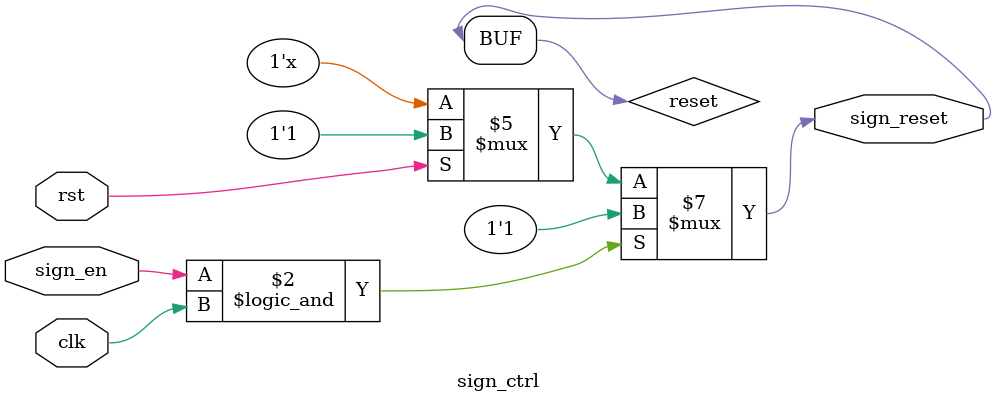
<source format=v>
module sign_ctrl(clk,rst,sign_en,sign_reset);
   input clk,rst;
   input sign_en;
   output sign_reset;
   reg 	  [1:0]stage;
reg reset;

   assign sign_reset = reset;

  always@(clk or sign_en or rst)begin
    if(rst)begin
      reset<=1;
      stage<=0;
    end
    if(sign_en&&clk)begin
      casex(stage)
        2'b00:begin
          stage <=2'b01;
          reset <= 0;
        end
        2'b01:begin
          stage <=2'b10;
          reset<=1;
        end
        default:reset<=1;
      endcase
  end//always
  end
endmodule

</source>
